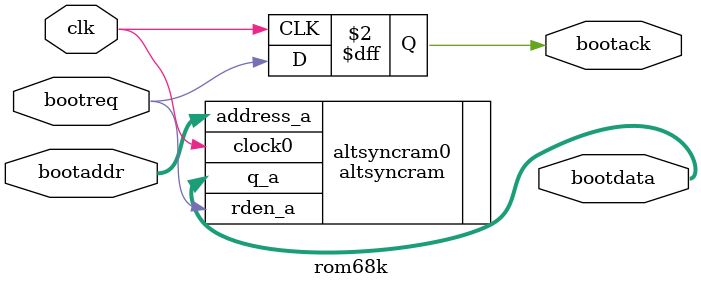
<source format=v>
`default_nettype none

module rom68k(
	input wire clk,
	
	input wire bootreq,
	input wire [15:0] bootaddr,
	output reg bootack,
	output wire [15:0] bootdata
);

	altsyncram #(
		.OPERATION_MODE("ROM"),
		.WIDTH_A(16),
		.WIDTHAD_A(10),
		.INIT_FILE("../c/code.mif"),
		.ENABLE_RUNTIME_MOD("YES"),
		.INSTANCE_NAME("CODE")
	) altsyncram0(
		.clock0(clk),
		.rden_a(bootreq),
		.address_a(bootaddr),
		.q_a(bootdata)
	);
	
	always @(posedge clk)
		bootack <= bootreq;

endmodule

</source>
